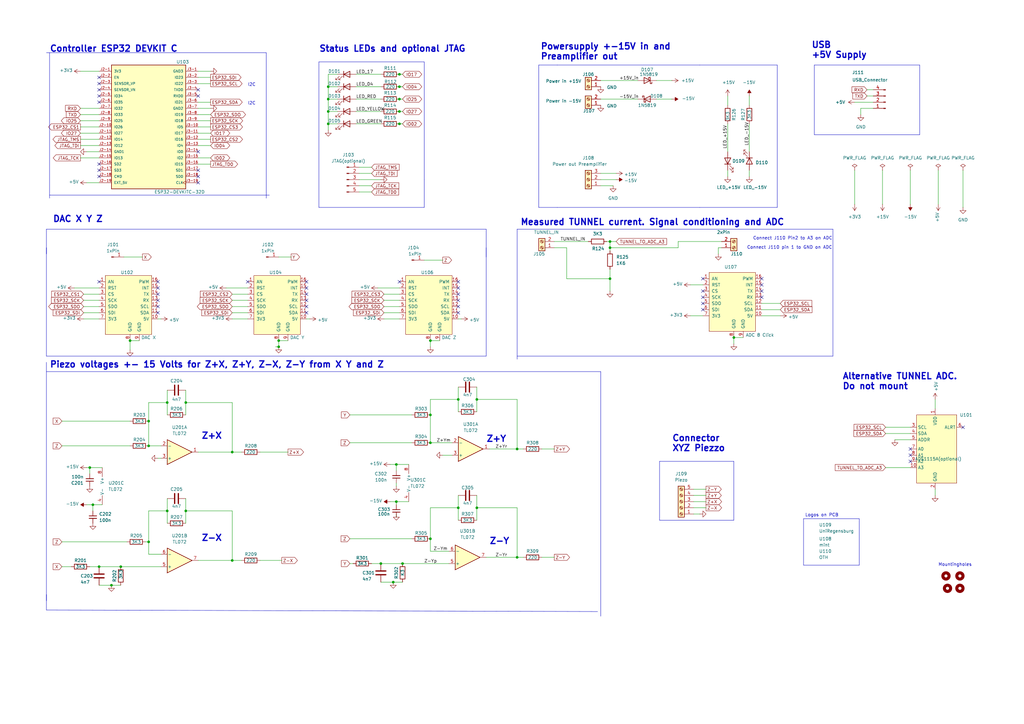
<source format=kicad_sch>
(kicad_sch (version 20231120) (generator "eeschema") (generator_version "8.0")
  (paper "A3")
  (title_block (title "500EUR STM Adapterboard") (date "2025-02-16") (rev "3.0") (company "Universität Regensburg") (comment 1 "Peter Dirnhofer"))
  (junction (at 176.53 181.61))
  (junction (at 195.58 163.83))
  (junction (at 163.83 35.56))
  (junction (at 187.96 163.83))
  (junction (at 187.96 208.28))
  (junction (at 176.53 139.7))
  (junction (at 49.53 232.41))
  (junction (at 38.1 207.01))
  (junction (at 162.56 190.5))
  (junction (at 163.83 45.72))
  (junction (at 95.25 185.42))
  (junction (at 163.83 50.8))
  (junction (at 40.64 232.41))
  (junction (at 134.62 45.72))
  (junction (at 250.19 101.6))
  (junction (at 195.58 208.28))
  (junction (at 163.83 40.64))
  (junction (at 36.83 191.77))
  (junction (at 163.83 30.48))
  (junction (at 212.09 228.6))
  (junction (at 165.1 231.14))
  (junction (at 60.96 182.88))
  (junction (at 76.2 165.1))
  (junction (at 300.99 138.43))
  (junction (at 76.2 209.55))
  (junction (at 114.3 142.24))
  (junction (at 250.19 114.3))
  (junction (at 95.25 229.87))
  (junction (at 114.3 139.7))
  (junction (at 212.09 184.15))
  (junction (at 68.58 165.1))
  (junction (at 134.62 40.64))
  (junction (at 60.96 222.25))
  (junction (at 162.56 205.74))
  (junction (at 53.34 139.7))
  (junction (at 176.53 170.18))
  (junction (at 45.72 240.03))
  (junction (at 68.58 209.55))
  (junction (at 60.96 172.72))
  (junction (at 250.19 99.06))
  (junction (at 134.62 50.8))
  (junction (at 176.53 220.98))
  (junction (at 161.29 238.76))
  (junction (at 134.62 35.56))
  (junction (at 156.21 231.14))
  (no_connect (at 187.96 115.57))
  (no_connect (at 40.64 34.29))
  (no_connect (at 40.64 115.57))
  (no_connect (at 81.28 74.93))
  (no_connect (at 64.77 115.57))
  (no_connect (at 81.28 36.83))
  (no_connect (at 125.73 118.11))
  (no_connect (at 81.28 62.23))
  (no_connect (at 288.29 114.3))
  (no_connect (at 187.96 118.11))
  (no_connect (at 373.38 184.15))
  (no_connect (at 312.42 116.84))
  (no_connect (at 40.64 72.39))
  (no_connect (at 312.42 121.92))
  (no_connect (at 125.73 123.19))
  (no_connect (at 40.64 41.91))
  (no_connect (at 288.29 127))
  (no_connect (at 312.42 114.3))
  (no_connect (at 64.77 125.73))
  (no_connect (at 187.96 125.73))
  (no_connect (at 373.38 186.69))
  (no_connect (at 64.77 123.19))
  (no_connect (at 40.64 69.85))
  (no_connect (at 394.97 175.26))
  (no_connect (at 64.77 120.65))
  (no_connect (at 81.28 39.37))
  (no_connect (at 40.64 36.83))
  (no_connect (at 125.73 115.57))
  (no_connect (at 312.42 119.38))
  (no_connect (at 187.96 120.65))
  (no_connect (at 288.29 119.38))
  (no_connect (at 288.29 124.46))
  (no_connect (at 373.38 189.23))
  (no_connect (at 40.64 31.75))
  (no_connect (at 288.29 121.92))
  (no_connect (at 81.28 72.39))
  (no_connect (at 125.73 128.27))
  (no_connect (at 187.96 123.19))
  (no_connect (at 187.96 128.27))
  (no_connect (at 163.83 115.57))
  (no_connect (at 101.6 115.57))
  (no_connect (at 125.73 125.73))
  (no_connect (at 64.77 128.27))
  (no_connect (at 64.77 118.11))
  (no_connect (at 125.73 120.65))
  (no_connect (at 40.64 39.37))
  (no_connect (at 40.64 67.31))
  (no_connect (at 81.28 69.85))
  (wire (pts (xy 40.64 130.81) (xy 34.29 130.81)))
  (wire (pts (xy 33.02 52.07) (xy 40.64 52.07)))
  (wire (pts (xy 187.96 163.83) (xy 187.96 168.91)))
  (wire (pts (xy 52.07 222.25) (xy 25.4 222.25)))
  (wire (pts (xy 269.24 33.02) (xy 275.59 33.02)))
  (polyline (pts (xy 377.19 26.67) (xy 377.19 55.245)))
  (wire (pts (xy 373.38 69.85) (xy 373.38 83.82)))
  (wire (pts (xy 95.25 185.42) (xy 99.06 185.42)))
  (wire (pts (xy 57.15 139.7) (xy 53.34 139.7)))
  (wire (pts (xy 163.83 120.65) (xy 157.48 120.65)))
  (wire (pts (xy 168.91 170.18) (xy 143.51 170.18)))
  (polyline (pts (xy 173.99 73.66) (xy 173.99 85.09)))
  (wire (pts (xy 176.53 226.06) (xy 184.15 226.06)))
  (wire (pts (xy 298.45 50.8) (xy 298.45 62.23)))
  (polyline (pts (xy 19.05 250.19) (xy 19.05 243.84)))
  (wire (pts (xy 38.1 207.01) (xy 38.1 209.55)))
  (wire (pts (xy 40.64 123.19) (xy 34.29 123.19)))
  (wire (pts (xy 81.28 46.99) (xy 86.36 46.99)))
  (polyline (pts (xy 334.01 26.67) (xy 334.01 55.245)))
  (wire (pts (xy 95.25 209.55) (xy 76.2 209.55)))
  (polyline (pts (xy 300.99 189.23) (xy 270.51 189.23)))
  (wire (pts (xy 307.34 50.8) (xy 307.34 62.23)))
  (wire (pts (xy 114.3 139.7) (xy 114.3 142.24)))
  (wire (pts (xy 250.19 101.6) (xy 250.19 102.87)))
  (wire (pts (xy 81.28 52.07) (xy 86.36 52.07)))
  (wire (pts (xy 168.91 220.98) (xy 143.51 220.98)))
  (wire (pts (xy 40.64 232.41) (xy 36.83 232.41)))
  (polyline (pts (xy 329.565 231.775) (xy 352.425 231.775)))
  (wire (pts (xy 212.09 228.6) (xy 214.63 228.6)))
  (wire (pts (xy 76.2 160.02) (xy 76.2 165.1)))
  (wire (pts (xy 40.64 64.77) (xy 33.02 64.77)))
  (wire (pts (xy 248.92 99.06) (xy 250.19 99.06)))
  (wire (pts (xy 294.64 101.6) (xy 294.64 104.14)))
  (wire (pts (xy 30.48 118.11) (xy 40.64 118.11)))
  (wire (pts (xy 81.28 31.75) (xy 86.36 31.75)))
  (wire (pts (xy 106.68 185.42) (xy 118.11 185.42)))
  (wire (pts (xy 101.6 120.65) (xy 95.25 120.65)))
  (wire (pts (xy 162.56 190.5) (xy 167.64 190.5)))
  (wire (pts (xy 312.42 129.54) (xy 320.04 129.54)))
  (polyline (pts (xy 228.6 26.67) (xy 220.98 26.67)))
  (wire (pts (xy 165.1 231.14) (xy 156.21 231.14)))
  (wire (pts (xy 232.41 101.6) (xy 232.41 114.3)))
  (polyline (pts (xy 270.51 189.23) (xy 270.51 213.36)))
  (wire (pts (xy 146.05 45.72) (xy 156.21 45.72)))
  (wire (pts (xy 154.94 118.11) (xy 163.83 118.11)))
  (wire (pts (xy 288.29 129.54) (xy 283.21 129.54)))
  (wire (pts (xy 68.58 204.47) (xy 68.58 209.55)))
  (wire (pts (xy 355.6 36.83) (xy 358.14 36.83)))
  (polyline (pts (xy 109.22 21.59) (xy 109.22 81.28)))
  (polyline (pts (xy 173.99 85.09) (xy 130.81 85.09)))
  (wire (pts (xy 200.66 184.15) (xy 212.09 184.15)))
  (wire (pts (xy 284.48 200.66) (xy 289.56 200.66)))
  (wire (pts (xy 195.58 158.75) (xy 195.58 163.83)))
  (wire (pts (xy 361.95 69.85) (xy 361.95 83.82)))
  (wire (pts (xy 106.68 229.87) (xy 115.57 229.87)))
  (wire (pts (xy 60.96 227.33) (xy 66.04 227.33)))
  (wire (pts (xy 36.83 194.31) (xy 36.83 191.77)))
  (polyline (pts (xy 20.32 21.59) (xy 20.32 81.28)))
  (polyline (pts (xy 19.05 93.98) (xy 19.05 104.14)))
  (wire (pts (xy 298.45 39.37) (xy 298.45 43.18)))
  (wire (pts (xy 50.8 105.41) (xy 58.42 105.41)))
  (polyline (pts (xy 19.05 146.05) (xy 199.39 146.05)))
  (wire (pts (xy 212.09 184.15) (xy 214.63 184.15)))
  (wire (pts (xy 227.33 101.6) (xy 232.41 101.6)))
  (wire (pts (xy 33.02 54.61) (xy 40.64 54.61)))
  (wire (pts (xy 250.19 99.06) (xy 250.19 101.6)))
  (wire (pts (xy 134.62 35.56) (xy 134.62 40.64)))
  (wire (pts (xy 60.96 182.88) (xy 66.04 182.88)))
  (wire (pts (xy 81.28 64.77) (xy 86.36 64.77)))
  (wire (pts (xy 312.42 124.46) (xy 320.04 124.46)))
  (wire (pts (xy 134.62 40.64) (xy 134.62 45.72)))
  (wire (pts (xy 92.71 118.11) (xy 101.6 118.11)))
  (wire (pts (xy 160.02 205.74) (xy 162.56 205.74)))
  (polyline (pts (xy 130.81 25.4) (xy 173.99 25.4)))
  (wire (pts (xy 165.1 231.14) (xy 184.15 231.14)))
  (polyline (pts (xy 19.05 93.98) (xy 199.39 93.98)))
  (wire (pts (xy 81.28 67.31) (xy 86.36 67.31)))
  (wire (pts (xy 195.58 163.83) (xy 212.09 163.83)))
  (wire (pts (xy 35.56 62.23) (xy 40.64 62.23)))
  (wire (pts (xy 195.58 208.28) (xy 195.58 213.36)))
  (wire (pts (xy 40.64 120.65) (xy 34.29 120.65)))
  (wire (pts (xy 383.54 200.66) (xy 383.54 203.2)))
  (wire (pts (xy 162.56 50.8) (xy 163.83 50.8)))
  (wire (pts (xy 35.56 74.93) (xy 40.64 74.93)))
  (wire (pts (xy 162.56 207.01) (xy 162.56 205.74)))
  (wire (pts (xy 29.21 232.41) (xy 25.4 232.41)))
  (wire (pts (xy 250.19 99.06) (xy 252.73 99.06)))
  (wire (pts (xy 176.53 220.98) (xy 176.53 226.06)))
  (polyline (pts (xy 19.05 21.59) (xy 109.22 21.59)))
  (polyline (pts (xy 199.39 93.98) (xy 199.39 105.41)))
  (polyline (pts (xy 173.99 25.4) (xy 173.99 73.66)))
  (wire (pts (xy 162.56 205.74) (xy 167.64 205.74)))
  (polyline (pts (xy 228.6 26.67) (xy 287.02 26.67)))
  (wire (pts (xy 33.02 46.99) (xy 40.64 46.99)))
  (wire (pts (xy 49.53 232.41) (xy 66.04 232.41)))
  (wire (pts (xy 250.19 110.49) (xy 250.19 114.3)))
  (wire (pts (xy 176.53 163.83) (xy 176.53 170.18)))
  (wire (pts (xy 250.19 101.6) (xy 278.13 101.6)))
  (wire (pts (xy 134.62 50.8) (xy 134.62 53.34)))
  (wire (pts (xy 81.28 49.53) (xy 86.36 49.53)))
  (wire (pts (xy 38.1 207.01) (xy 41.91 207.01)))
  (polyline (pts (xy 130.81 25.4) (xy 130.81 85.09)))
  (wire (pts (xy 222.25 228.6) (xy 227.33 228.6)))
  (wire (pts (xy 40.64 128.27) (xy 34.29 128.27)))
  (polyline (pts (xy 19.05 146.05) (xy 19.05 101.6)))
  (wire (pts (xy 81.28 57.15) (xy 86.36 57.15)))
  (wire (pts (xy 36.83 191.77) (xy 41.91 191.77)))
  (wire (pts (xy 68.58 209.55) (xy 60.96 209.55)))
  (wire (pts (xy 160.02 190.5) (xy 162.56 190.5)))
  (wire (pts (xy 60.96 172.72) (xy 60.96 182.88)))
  (wire (pts (xy 114.3 105.41) (xy 119.38 105.41)))
  (wire (pts (xy 163.83 30.48) (xy 165.1 30.48)))
  (wire (pts (xy 350.52 41.91) (xy 358.14 41.91)))
  (polyline (pts (xy 19.05 152.4) (xy 246.38 152.4)))
  (wire (pts (xy 284.48 210.82) (xy 287.02 210.82)))
  (wire (pts (xy 176.53 139.7) (xy 176.53 142.24)))
  (wire (pts (xy 125.73 130.81) (xy 127 130.81)))
  (wire (pts (xy 246.38 71.12) (xy 252.73 71.12)))
  (wire (pts (xy 95.25 125.73) (xy 101.6 125.73)))
  (wire (pts (xy 25.4 172.72) (xy 53.34 172.72)))
  (wire (pts (xy 246.38 76.2) (xy 251.46 76.2)))
  (wire (pts (xy 173.99 106.68) (xy 181.61 106.68)))
  (wire (pts (xy 246.38 33.02) (xy 261.62 33.02)))
  (polyline (pts (xy 377.19 55.245) (xy 334.01 55.245)))
  (wire (pts (xy 76.2 165.1) (xy 95.25 165.1)))
  (wire (pts (xy 134.62 45.72) (xy 138.43 45.72)))
  (wire (pts (xy 60.96 209.55) (xy 60.96 222.25)))
  (wire (pts (xy 147.32 68.58) (xy 152.4 68.58)))
  (wire (pts (xy 146.05 35.56) (xy 156.21 35.56)))
  (wire (pts (xy 163.83 40.64) (xy 165.1 40.64)))
  (wire (pts (xy 49.53 232.41) (xy 40.64 232.41)))
  (wire (pts (xy 134.62 40.64) (xy 138.43 40.64)))
  (wire (pts (xy 101.6 128.27) (xy 95.25 128.27)))
  (wire (pts (xy 358.14 44.45) (xy 353.06 44.45)))
  (wire (pts (xy 81.28 229.87) (xy 95.25 229.87)))
  (wire (pts (xy 307.34 39.37) (xy 307.34 43.18)))
  (wire (pts (xy 60.96 165.1) (xy 60.96 172.72)))
  (wire (pts (xy 162.56 198.12) (xy 162.56 199.39)))
  (polyline (pts (xy 246.38 152.4) (xy 246.38 252.73)))
  (wire (pts (xy 187.96 163.83) (xy 176.53 163.83)))
  (wire (pts (xy 113.03 142.24) (xy 114.3 142.24)))
  (wire (pts (xy 81.28 41.91) (xy 86.36 41.91)))
  (wire (pts (xy 147.32 76.2) (xy 152.4 76.2)))
  (wire (pts (xy 187.96 203.2) (xy 187.96 208.28)))
  (wire (pts (xy 295.91 101.6) (xy 294.64 101.6)))
  (wire (pts (xy 40.64 59.69) (xy 33.02 59.69)))
  (wire (pts (xy 176.53 181.61) (xy 185.42 181.61)))
  (wire (pts (xy 101.6 130.81) (xy 95.25 130.81)))
  (wire (pts (xy 181.61 186.69) (xy 185.42 186.69)))
  (wire (pts (xy 195.58 163.83) (xy 195.58 168.91)))
  (polyline (pts (xy 334.01 26.67) (xy 377.19 26.67)))
  (polyline (pts (xy 341.63 93.98) (xy 341.63 146.05)))
  (wire (pts (xy 246.38 40.64) (xy 261.62 40.64)))
  (polyline (pts (xy 329.565 231.775) (xy 329.565 212.725)))
  (wire (pts (xy 312.42 127) (xy 320.04 127)))
  (wire (pts (xy 53.34 182.88) (xy 25.4 182.88)))
  (polyline (pts (xy 19.05 148.59) (xy 19.05 246.38)))
  (wire (pts (xy 45.72 240.03) (xy 49.53 240.03)))
  (polyline (pts (xy 245.11 250.825) (xy 19.05 250.19)))
  (wire (pts (xy 95.25 165.1) (xy 95.25 185.42)))
  (wire (pts (xy 68.58 165.1) (xy 60.96 165.1)))
  (polyline (pts (xy 212.09 93.98) (xy 212.09 147.32)))
  (wire (pts (xy 162.56 40.64) (xy 163.83 40.64)))
  (wire (pts (xy 180.34 139.7) (xy 176.53 139.7)))
  (polyline (pts (xy 20.32 80.01) (xy 110.49 80.01)))
  (wire (pts (xy 278.13 101.6) (xy 278.13 99.06)))
  (wire (pts (xy 59.69 222.25) (xy 60.96 222.25)))
  (wire (pts (xy 187.96 208.28) (xy 187.96 213.36)))
  (wire (pts (xy 134.62 35.56) (xy 138.43 35.56)))
  (wire (pts (xy 162.56 30.48) (xy 163.83 30.48)))
  (wire (pts (xy 176.53 170.18) (xy 176.53 181.61)))
  (wire (pts (xy 284.48 205.74) (xy 289.56 205.74)))
  (polyline (pts (xy 220.98 85.09) (xy 220.98 26.67)))
  (wire (pts (xy 36.83 191.77) (xy 35.56 191.77)))
  (wire (pts (xy 162.56 35.56) (xy 163.83 35.56)))
  (wire (pts (xy 163.83 35.56) (xy 165.1 35.56)))
  (wire (pts (xy 298.45 69.85) (xy 298.45 72.39)))
  (wire (pts (xy 353.06 44.45) (xy 353.06 46.99)))
  (wire (pts (xy 66.04 187.96) (xy 64.77 187.96)))
  (wire (pts (xy 81.28 54.61) (xy 86.36 54.61)))
  (wire (pts (xy 81.28 34.29) (xy 86.36 34.29)))
  (wire (pts (xy 384.81 69.85) (xy 384.81 83.82)))
  (wire (pts (xy 76.2 209.55) (xy 76.2 214.63)))
  (wire (pts (xy 53.34 139.7) (xy 53.34 143.51)))
  (wire (pts (xy 114.3 139.7) (xy 118.11 139.7)))
  (wire (pts (xy 284.48 208.28) (xy 289.56 208.28)))
  (polyline (pts (xy 212.09 93.98) (xy 341.63 93.98)))
  (wire (pts (xy 363.22 191.77) (xy 373.38 191.77)))
  (wire (pts (xy 278.13 99.06) (xy 295.91 99.06)))
  (wire (pts (xy 33.02 29.21) (xy 40.64 29.21)))
  (wire (pts (xy 246.38 73.66) (xy 252.73 73.66)))
  (wire (pts (xy 162.56 45.72) (xy 163.83 45.72)))
  (wire (pts (xy 222.25 184.15) (xy 227.33 184.15)))
  (wire (pts (xy 355.6 39.37) (xy 358.14 39.37)))
  (wire (pts (xy 147.32 71.12) (xy 152.4 71.12)))
  (wire (pts (xy 134.62 30.48) (xy 134.62 35.56)))
  (wire (pts (xy 187.96 208.28) (xy 176.53 208.28)))
  (polyline (pts (xy 300.99 189.23) (xy 300.99 213.36)))
  (wire (pts (xy 199.39 228.6) (xy 212.09 228.6)))
  (wire (pts (xy 363.22 177.8) (xy 373.38 177.8)))
  (wire (pts (xy 283.21 116.84) (xy 288.29 116.84)))
  (wire (pts (xy 60.96 222.25) (xy 60.96 227.33)))
  (wire (pts (xy 350.52 69.85) (xy 350.52 83.82)))
  (wire (pts (xy 163.83 45.72) (xy 165.1 45.72)))
  (wire (pts (xy 212.09 208.28) (xy 212.09 228.6)))
  (polyline (pts (xy 199.39 101.6) (xy 199.39 146.05)))
  (wire (pts (xy 161.29 238.76) (xy 165.1 238.76)))
  (wire (pts (xy 40.64 125.73) (xy 34.29 125.73)))
  (wire (pts (xy 146.05 30.48) (xy 156.21 30.48)))
  (wire (pts (xy 307.34 69.85) (xy 307.34 72.39)))
  (wire (pts (xy 269.24 40.64) (xy 275.59 40.64)))
  (polyline (pts (xy 212.09 146.05) (xy 341.63 146.05)))
  (wire (pts (xy 168.91 181.61) (xy 143.51 181.61)))
  (wire (pts (xy 40.64 240.03) (xy 45.72 240.03)))
  (wire (pts (xy 147.32 73.66) (xy 156.21 73.66)))
  (wire (pts (xy 227.33 99.06) (xy 241.3 99.06)))
  (polyline (pts (xy 287.02 26.67) (xy 318.77 26.67)))
  (wire (pts (xy 212.09 163.83) (xy 212.09 184.15)))
  (wire (pts (xy 81.28 29.21) (xy 86.36 29.21)))
  (wire (pts (xy 156.21 238.76) (xy 161.29 238.76)))
  (wire (pts (xy 163.83 130.81) (xy 157.48 130.81)))
  (wire (pts (xy 147.32 78.74) (xy 152.4 78.74)))
  (wire (pts (xy 95.25 229.87) (xy 99.06 229.87)))
  (wire (pts (xy 163.83 128.27) (xy 157.48 128.27)))
  (wire (pts (xy 363.22 175.26) (xy 373.38 175.26)))
  (wire (pts (xy 367.03 180.34) (xy 373.38 180.34)))
  (wire (pts (xy 68.58 160.02) (xy 68.58 165.1)))
  (wire (pts (xy 40.64 57.15) (xy 33.02 57.15)))
  (polyline (pts (xy 300.99 213.36) (xy 270.51 213.36)))
  (wire (pts (xy 232.41 114.3) (xy 250.19 114.3)))
  (wire (pts (xy 394.97 69.85) (xy 394.97 85.09)))
  (polyline (pts (xy 329.565 212.725) (xy 352.425 212.725)))
  (wire (pts (xy 187.96 130.81) (xy 189.23 130.81)))
  (wire (pts (xy 162.56 193.04) (xy 162.56 190.5)))
  (wire (pts (xy 134.62 50.8) (xy 138.43 50.8)))
  (wire (pts (xy 163.83 50.8) (xy 165.1 50.8)))
  (wire (pts (xy 146.05 40.64) (xy 156.21 40.64)))
  (wire (pts (xy 76.2 165.1) (xy 76.2 170.18)))
  (wire (pts (xy 300.99 138.43) (xy 300.99 140.97)))
  (wire (pts (xy 146.05 50.8) (xy 156.21 50.8)))
  (polyline (pts (xy 228.6 85.09) (xy 287.02 85.09)))
  (wire (pts (xy 68.58 209.55) (xy 68.58 214.63)))
  (wire (pts (xy 300.99 138.43) (xy 304.8 138.43)))
  (polyline (pts (xy 287.02 85.09) (xy 318.77 85.09)))
  (wire (pts (xy 64.77 130.81) (xy 66.04 130.81)))
  (polyline (pts (xy 352.425 212.725) (xy 352.425 231.775)))
  (wire (pts (xy 163.83 123.19) (xy 157.48 123.19)))
  (wire (pts (xy 143.51 231.14) (xy 144.78 231.14)))
  (wire (pts (xy 35.56 207.01) (xy 38.1 207.01)))
  (wire (pts (xy 76.2 204.47) (xy 76.2 209.55)))
  (polyline (pts (xy 228.6 85.09) (xy 220.98 85.09)))
  (wire (pts (xy 101.6 123.19) (xy 95.25 123.19)))
  (wire (pts (xy 187.96 158.75) (xy 187.96 163.83)))
  (wire (pts (xy 68.58 165.1) (xy 68.58 170.18)))
  (wire (pts (xy 156.21 231.14) (xy 152.4 231.14)))
  (wire (pts (xy 81.28 185.42) (xy 95.25 185.42)))
  (wire (pts (xy 134.62 45.72) (xy 134.62 50.8)))
  (wire (pts (xy 81.28 59.69) (xy 86.36 59.69)))
  (wire (pts (xy 81.28 44.45) (xy 86.36 44.45)))
  (wire (pts (xy 138.43 30.48) (xy 134.62 30.48)))
  (wire (pts (xy 163.83 125.73) (xy 157.48 125.73)))
  (wire (pts (xy 33.02 49.53) (xy 40.64 49.53)))
  (wire (pts (xy 176.53 208.28) (xy 176.53 220.98)))
  (wire (pts (xy 383.54 163.83) (xy 383.54 167.64)))
  (wire (pts (xy 33.02 44.45) (xy 40.64 44.45)))
  (wire (pts (xy 162.56 212.09) (xy 162.56 210.82)))
  (wire (pts (xy 250.19 114.3) (xy 250.19 119.38)))
  (wire (pts (xy 195.58 208.28) (xy 212.09 208.28)))
  (polyline (pts (xy 318.77 26.67) (xy 318.77 85.09)))
  (wire (pts (xy 195.58 203.2) (xy 195.58 208.28)))
  (wire (pts (xy 284.48 203.2) (xy 289.56 203.2)))
  (wire (pts (xy 95.25 209.55) (xy 95.25 229.87)))
  (text "Measured TUNNEL current. Signal conditioning and ADC " (at 213.36 92.71 0) (effects (font (size 2.54 2.54) (thickness 0.508) (bold yes)) (justify left bottom)))
  (text "Connector\nXYZ Piezzo" (at 275.59 185.42 0) (effects (font (size 2.54 2.54) (thickness 0.508) (bold yes)) (justify left bottom)))
  (text "Status LEDs and optional JTAG" (at 130.81 21.59 0) (effects (font (size 2.54 2.54) (thickness 0.508) (bold yes)) (justify left bottom)))
  (text "I2C" (at 101.6 35.56 0) (effects (font (size 1.27 1.27)) (justify left bottom)))
  (text "Z-Y" (at 200.66 223.52 0) (effects (font (size 2.54 2.54) (thickness 0.508) (bold yes)) (justify left bottom)))
  (text "USB\n+5V Supply" (at 332.74 24.13 0) (effects (font (size 2.54 2.54) (thickness 0.508) (bold yes)) (justify left bottom)))
  (text "Powersupply +-15V in and \nPreamplifier out" (at 221.615 24.765 0) (effects (font (size 2.54 2.54) (thickness 0.508) (bold yes)) (justify left bottom)))
  (text "Controller ESP32 DEVKIT C" (at 20.32 21.59 0) (effects (font (size 2.54 2.54) (thickness 0.508) (bold yes)) (justify left bottom)))
  (text "Connect J110 pin 1 to GND on ADC" (at 323.85 101.6 0) (effects (font (size 1.27 1.27))))
  (text "Mountingholes" (at 384.81 232.41 0) (effects (font (size 1.27 1.27)) (justify left bottom)))
  (text "Piezo voltages +- 15 Volts for Z+X, Z+Y, Z-X, Z-Y from X Y and Z" (at 20.32 151.13 0) (effects (font (size 2.54 2.54) (thickness 0.508) (bold yes)) (justify left bottom)))
  (text "Connect J110 Pin2 to A3 on ADC" (at 325.12 97.79 0) (effects (font (size 1.27 1.27))))
  (text "Logos on PCB" (at 330.2 212.09 0) (effects (font (size 1.27 1.27)) (justify left bottom)))
  (text "DAC X Y Z" (at 21.59 91.44 0) (effects (font (size 2.54 2.54) (thickness 0.508) (bold yes)) (justify left bottom)))
  (text "I2C" (at 101.6 43.18 0) (effects (font (size 1.27 1.27)) (justify left bottom)))
  (text "Alternative TUNNEL ADC. \nDo not mount" (at 345.44 160.02 0) (effects (font (size 2.54 2.54) (thickness 0.508) (bold yes)) (justify left bottom)))
  (text "Z-X" (at 82.55 222.25 0) (effects (font (size 2.54 2.54) (thickness 0.508) (bold yes)) (justify left bottom)))
  (text "Z+X" (at 82.55 180.34 0) (effects (font (size 2.54 2.54) (thickness 0.508) (bold yes)) (justify left bottom)))
  (text "Z+Y\n" (at 199.39 181.61 0) (effects (font (size 2.54 2.54) (thickness 0.508) (bold yes)) (justify left bottom)))
  (label "LED_-15V" (at 307.34 59.69 90))
  (label "Z-Ym" (at 177.8 226.06 0))
  (label "LED_GREEN" (at 146.05 50.8 0))
  (label "Z+Yr" (at 203.2 184.15 0))
  (label "LED_RED" (at 146.05 40.64 0))
  (label "+15V_in" (at 254 33.02 0))
  (label "Z+Ym" (at 179.07 181.61 0))
  (label "Z-Yr" (at 203.2 228.6 0))
  (label "LED_+15V" (at 298.45 60.96 90))
  (label "TUNNEL_IN" (at 229.87 99.06 0))
  (label "LED_04" (at 146.05 35.56 0))
  (label "LED_YELLOW" (at 146.05 45.72 0))
  (label "LED_17" (at 146.05 30.48 0))
  (label "Z-Yp" (at 173.99 231.14 0))
  (label "-15V_in" (at 254 40.64 0))
  (global_label "Y" (shape input) (at 143.51 170.18 180) (property "Intersheetrefs" "${INTERSHEET_REFS}" (effects (hide yes))))
  (global_label "IO02" (shape bidirectional) (at 165.1 50.8 0) (property "Intersheetrefs" "${INTERSHEET_REFS}" (effects (hide yes))))
  (global_label "ESP32_SDI" (shape input) (at 95.25 128.27 180) (property "Intersheetrefs" "${INTERSHEET_REFS}" (effects (hide yes))))
  (global_label "ESP32_SDO" (shape tri_state) (at 95.25 125.73 180) (property "Intersheetrefs" "${INTERSHEET_REFS}" (effects (hide yes))))
  (global_label "JTAG_TMS" (shape input) (at 152.4 68.58 0) (property "Intersheetrefs" "${INTERSHEET_REFS}" (effects (hide yes))))
  (global_label "Y" (shape input) (at 143.51 231.14 180) (property "Intersheetrefs" "${INTERSHEET_REFS}" (effects (hide yes))))
  (global_label "JTAG_TDI" (shape output) (at 33.02 59.69 180) (property "Intersheetrefs" "${INTERSHEET_REFS}" (effects (hide yes))))
  (global_label "Z" (shape output) (at 181.61 106.68 0) (property "Intersheetrefs" "${INTERSHEET_REFS}" (effects (hide yes))))
  (global_label "ESP32_SCK" (shape output) (at 86.36 49.53 0) (property "Intersheetrefs" "${INTERSHEET_REFS}" (effects (hide yes))))
  (global_label "Z-Y" (shape output) (at 289.56 200.66 0) (property "Intersheetrefs" "${INTERSHEET_REFS}" (effects (hide yes))))
  (global_label "ESP32_SCL" (shape input) (at 363.22 175.26 180) (property "Intersheetrefs" "${INTERSHEET_REFS}" (effects (hide yes))))
  (global_label "JTAG_TCK" (shape input) (at 152.4 76.2 0) (property "Intersheetrefs" "${INTERSHEET_REFS}" (effects (hide yes))))
  (global_label "JTAG_TD0" (shape output) (at 86.36 67.31 0) (property "Intersheetrefs" "${INTERSHEET_REFS}" (effects (hide yes))))
  (global_label "ESP32_SCK" (shape input) (at 34.29 123.19 180) (property "Intersheetrefs" "${INTERSHEET_REFS}" (effects (hide yes))))
  (global_label "ESP32_SCL" (shape input) (at 320.04 124.46 0) (property "Intersheetrefs" "${INTERSHEET_REFS}" (effects (hide yes))))
  (global_label "ESP32_CS2" (shape output) (at 86.36 57.15 0) (property "Intersheetrefs" "${INTERSHEET_REFS}" (effects (hide yes))))
  (global_label "X" (shape output) (at 58.42 105.41 0) (property "Intersheetrefs" "${INTERSHEET_REFS}" (effects (hide yes))))
  (global_label "ESP32_SDI" (shape input) (at 157.48 128.27 180) (property "Intersheetrefs" "${INTERSHEET_REFS}" (effects (hide yes))))
  (global_label "RXD" (shape input) (at 33.02 44.45 180) (property "Intersheetrefs" "${INTERSHEET_REFS}" (effects (hide yes))))
  (global_label "TUNNEL_TO_ADC_A3" (shape input) (at 252.73 99.06 0) (property "Intersheetrefs" "${INTERSHEET_REFS}" (effects (hide yes))))
  (global_label "ESP32_SDO" (shape tri_state) (at 34.29 125.73 180) (property "Intersheetrefs" "${INTERSHEET_REFS}" (effects (hide yes))))
  (global_label "TXD" (shape input) (at 33.02 46.99 180) (property "Intersheetrefs" "${INTERSHEET_REFS}" (effects (hide yes))))
  (global_label "Z" (shape input) (at 25.4 222.25 180) (property "Intersheetrefs" "${INTERSHEET_REFS}" (effects (hide yes))))
  (global_label "ESP32_SDO" (shape tri_state) (at 157.48 125.73 180) (property "Intersheetrefs" "${INTERSHEET_REFS}" (effects (hide yes))))
  (global_label "Z+Y" (shape output) (at 227.33 184.15 0) (property "Intersheetrefs" "${INTERSHEET_REFS}" (effects (hide yes))))
  (global_label "Z" (shape input) (at 143.51 220.98 180) (property "Intersheetrefs" "${INTERSHEET_REFS}" (effects (hide yes))))
  (global_label "ESP32_CS1" (shape output) (at 33.02 52.07 180) (property "Intersheetrefs" "${INTERSHEET_REFS}" (effects (hide yes))))
  (global_label "ESP32_CS3" (shape output) (at 86.36 52.07 0) (property "Intersheetrefs" "${INTERSHEET_REFS}" (effects (hide yes))))
  (global_label "Z" (shape input) (at 143.51 181.61 180) (property "Intersheetrefs" "${INTERSHEET_REFS}" (effects (hide yes))))
  (global_label "ESP32_SCK" (shape input) (at 95.25 123.19 180) (property "Intersheetrefs" "${INTERSHEET_REFS}" (effects (hide yes))))
  (global_label "ESP32_CS2" (shape input) (at 95.25 120.65 180) (property "Intersheetrefs" "${INTERSHEET_REFS}" (effects (hide yes))))
  (global_label "IO25" (shape bidirectional) (at 165.1 40.64 0) (property "Intersheetrefs" "${INTERSHEET_REFS}" (effects (hide yes))))
  (global_label "Z" (shape input) (at 25.4 182.88 180) (property "Intersheetrefs" "${INTERSHEET_REFS}" (effects (hide yes))))
  (global_label "ESP32_SDI" (shape input) (at 34.29 128.27 180) (property "Intersheetrefs" "${INTERSHEET_REFS}" (effects (hide yes))))
  (global_label "Z-X" (shape output) (at 289.56 208.28 0) (property "Intersheetrefs" "${INTERSHEET_REFS}" (effects (hide yes))))
  (global_label "Z+X" (shape output) (at 118.11 185.42 0) (property "Intersheetrefs" "${INTERSHEET_REFS}" (effects (hide yes))))
  (global_label "IO27" (shape bidirectional) (at 33.02 54.61 180) (property "Intersheetrefs" "${INTERSHEET_REFS}" (effects (hide yes))))
  (global_label "JTAG_TDI" (shape input) (at 152.4 71.12 0) (property "Intersheetrefs" "${INTERSHEET_REFS}" (effects (hide yes))))
  (global_label "Z+Y" (shape output) (at 289.56 203.2 0) (property "Intersheetrefs" "${INTERSHEET_REFS}" (effects (hide yes))))
  (global_label "X" (shape input) (at 25.4 172.72 180) (property "Intersheetrefs" "${INTERSHEET_REFS}" (effects (hide yes))))
  (global_label "JTAG_TMS" (shape output) (at 33.02 57.15 180) (property "Intersheetrefs" "${INTERSHEET_REFS}" (effects (hide yes))))
  (global_label "ESP32_SDO" (shape tri_state) (at 86.36 46.99 0) (property "Intersheetrefs" "${INTERSHEET_REFS}" (effects (hide yes))))
  (global_label "ESP32_SCK" (shape input) (at 157.48 123.19 180) (property "Intersheetrefs" "${INTERSHEET_REFS}" (effects (hide yes))))
  (global_label "RXD" (shape input) (at 355.6 36.83 180) (property "Intersheetrefs" "${INTERSHEET_REFS}" (effects (hide yes))))
  (global_label "IO04" (shape bidirectional) (at 165.1 35.56 0) (property "Intersheetrefs" "${INTERSHEET_REFS}" (effects (hide yes))))
  (global_label "IO25" (shape bidirectional) (at 33.02 49.53 180) (property "Intersheetrefs" "${INTERSHEET_REFS}" (effects (hide yes))))
  (global_label "IO17" (shape bidirectional) (at 165.1 30.48 0) (property "Intersheetrefs" "${INTERSHEET_REFS}" (effects (hide yes))))
  (global_label "ESP32_SDI" (shape output) (at 86.36 31.75 0) (property "Intersheetrefs" "${INTERSHEET_REFS}" (effects (hide yes))))
  (global_label "JTAG_TD0" (shape input) (at 152.4 78.74 0) (property "Intersheetrefs" "${INTERSHEET_REFS}" (effects (hide yes))))
  (global_label "ESP32_CS3" (shape input) (at 157.48 120.65 180) (property "Intersheetrefs" "${INTERSHEET_REFS}" (effects (hide yes))))
  (global_label "ESP32_SCL" (shape output) (at 86.36 34.29 0) (property "Intersheetrefs" "${INTERSHEET_REFS}" (effects (hide yes))))
  (global_label "TXD" (shape input) (at 355.6 39.37 180) (property "Intersheetrefs" "${INTERSHEET_REFS}" (effects (hide yes))))
  (global_label "TUNNEL_TO_ADC_A3" (shape input) (at 363.22 191.77 180) (property "Intersheetrefs" "${INTERSHEET_REFS}" (effects (hide yes))))
  (global_label "Y" (shape output) (at 119.38 105.41 0) (property "Intersheetrefs" "${INTERSHEET_REFS}" (effects (hide yes))))
  (global_label "IO27" (shape bidirectional) (at 165.1 45.72 0) (property "Intersheetrefs" "${INTERSHEET_REFS}" (effects (hide yes))))
  (global_label "IO02" (shape bidirectional) (at 86.36 64.77 0) (property "Intersheetrefs" "${INTERSHEET_REFS}" (effects (hide yes))))
  (global_label "ESP32_CS1" (shape input) (at 34.29 120.65 180) (property "Intersheetrefs" "${INTERSHEET_REFS}" (effects (hide yes))))
  (global_label "IO04" (shape bidirectional) (at 86.36 59.69 0) (property "Intersheetrefs" "${INTERSHEET_REFS}" (effects (hide yes))))
  (global_label "JTAG_TCK" (shape output) (at 33.02 64.77 180) (property "Intersheetrefs" "${INTERSHEET_REFS}" (effects (hide yes))))
  (global_label "Z+X" (shape output) (at 289.56 205.74 0) (property "Intersheetrefs" "${INTERSHEET_REFS}" (effects (hide yes))))
  (global_label "Z-X" (shape output) (at 115.57 229.87 0) (property "Intersheetrefs" "${INTERSHEET_REFS}" (effects (hide yes))))
  (global_label "Z-Y" (shape output) (at 227.33 228.6 0) (property "Intersheetrefs" "${INTERSHEET_REFS}" (effects (hide yes))))
  (global_label "ESP32_SDA" (shape output) (at 86.36 41.91 0) (property "Intersheetrefs" "${INTERSHEET_REFS}" (effects (hide yes))))
  (global_label "ESP32_SDA" (shape input) (at 363.22 177.8 180) (property "Intersheetrefs" "${INTERSHEET_REFS}" (effects (hide yes))))
  (global_label "X" (shape input) (at 25.4 232.41 180) (property "Intersheetrefs" "${INTERSHEET_REFS}" (effects (hide yes))))
  (global_label "IO17" (shape bidirectional) (at 86.36 54.61 0) (property "Intersheetrefs" "${INTERSHEET_REFS}" (effects (hide yes))))
  (global_label "ESP32_SDA" (shape input) (at 320.04 127 0) (property "Intersheetrefs" "${INTERSHEET_REFS}" (effects (hide yes))))
  (symbol (lib_id "mikroe:Mikroe-Socket") (at 53.34 118.11 0) (unit 1)
    (property "Reference" "U102" (at 52.07 111.76 0))
    (property "Value" "DAC X" (at 60.96 138.43 0))
    (property "Footprint" "Mikroe:Mikroe_Socket_DAC_2_Click" (effects (hide yes)))
    (property "Datasheet" "https://www.mikroe.com/dac-2-click" (effects (hide yes)))
    (property "Description" "MIKROE DAC 2 CLICK 16 bit DAC wirh LTC2601" (effects (hide yes)))
  )
  (symbol (lib_id "power:GND") (at 53.34 143.51 0) (unit 1)
    (property "Reference" "#PWR0111" (effects (hide yes)))
    (property "Value" "GND" (effects (hide yes)))
  )
  (symbol (lib_id "power:+5V") (at 66.04 130.81 270) (unit 1)
    (property "Reference" "#PWR0113" (effects (hide yes)))
    (property "Value" "+5V" (at 69.2912 131.191 90) (effects (justify left)))
  )
  (symbol (lib_id "power:+3V3") (at 34.29 130.81 90) (unit 1)
    (property "Reference" "#PWR0103" (effects (hide yes)))
    (property "Value" "+3V3" (at 31.0388 130.429 90) (effects (justify left)))
  )
  (symbol (lib_id "power:GND") (at 114.3 142.24 0) (unit 1)
    (property "Reference" "#PWR0118" (effects (hide yes)))
    (property "Value" "GND" (effects (hide yes)))
  )
  (symbol (lib_id "power:+5V") (at 127 130.81 270) (unit 1)
    (property "Reference" "#PWR0119" (effects (hide yes)))
    (property "Value" "+5V" (at 130.2512 131.191 90) (effects (justify left)))
  )
  (symbol (lib_id "power:+3V3") (at 95.25 130.81 90) (unit 1)
    (property "Reference" "#PWR0117" (effects (hide yes)))
    (property "Value" "+3V3" (at 91.9988 130.429 90) (effects (justify left)))
  )
  (symbol (lib_id "mikroe:Mikroe-Socket") (at 176.53 118.11 0) (unit 1)
    (property "Reference" "U106" (at 175.26 111.76 0))
    (property "Value" "DAC Z" (at 184.15 138.43 0))
    (property "Footprint" "Mikroe:Mikroe_Socket_DAC_2_Click" (effects (hide yes)))
    (property "Datasheet" "https://www.mikroe.com/dac-2-click" (effects (hide yes)))
    (property "Description" "MIKROE DAC 2 CLICK 16 bit DAC wirh LTC2601" (effects (hide yes)))
  )
  (symbol (lib_id "power:GND") (at 176.53 142.24 0) (unit 1)
    (property "Reference" "#PWR0129" (effects (hide yes)))
    (property "Value" "GND" (effects (hide yes)))
  )
  (symbol (lib_id "power:+5V") (at 189.23 130.81 270) (unit 1)
    (property "Reference" "#PWR0131" (effects (hide yes)))
    (property "Value" "+5V" (at 192.4812 131.191 90) (effects (justify left)))
  )
  (symbol (lib_id "power:+3V3") (at 157.48 130.81 90) (unit 1)
    (property "Reference" "#PWR0125" (effects (hide yes)))
    (property "Value" "+3V3" (at 154.2288 130.429 90) (effects (justify left)))
  )
  (symbol (lib_id "mikroe:Mikroe-Socket") (at 300.99 116.84 0) (unit 1)
    (property "Reference" "U107" (at 299.72 109.474 0))
    (property "Value" "ADC 8 Click" (at 311.658 137.414 0))
    (property "Footprint" "Mikroe:Mikroe_Socket_ADC_8_Click" (effects (hide yes)))
    (property "Datasheet" "https://www.mikroe.com/adc-8-click" (effects (hide yes)))
    (property "Description" "MICROE ADC 8 CLICK 16 bit with ADS1115" (effects (hide yes)))
  )
  (symbol (lib_id "power:GND") (at 300.99 140.97 0) (unit 1)
    (property "Reference" "#PWR0144" (effects (hide yes)))
    (property "Value" "GND" (effects (hide yes)))
  )
  (symbol (lib_id "power:+5V") (at 320.04 129.54 270) (unit 1)
    (property "Reference" "#PWR0147" (effects (hide yes)))
    (property "Value" "+5V" (at 323.2912 129.921 90) (effects (justify left)))
  )
  (symbol (lib_id "power:+3V3") (at 283.21 129.54 90) (unit 1)
    (property "Reference" "#PWR0140" (effects (hide yes)))
    (property "Value" "+3V3" (at 279.9588 129.159 90) (effects (justify left)))
  )
  (symbol (lib_id "power:+3V3") (at 33.02 29.21 90) (unit 1)
    (property "Reference" "#PWR0102" (effects (hide yes)))
    (property "Value" "+3V3" (at 29.7688 28.829 90) (effects (justify left)))
  )
  (symbol (lib_id "power:+15V") (at 35.56 191.77 90) (unit 1)
    (property "Reference" "#PWR0106" (effects (hide yes)))
    (property "Value" "+15V" (at 32.3088 191.389 90) (effects (justify left)))
  )
  (symbol (lib_id "power:-15V") (at 35.56 207.01 90) (unit 1)
    (property "Reference" "#PWR0107" (effects (hide yes)))
    (property "Value" "-15V" (at 32.3088 206.629 90) (effects (justify left)))
  )
  (symbol (lib_id "Device:R") (at 102.87 185.42 270) (unit 1)
    (property "Reference" "R208" (at 102.87 182.88 90))
    (property "Value" "220" (at 102.87 185.42 90))
    (property "Footprint" "Resistor_THT:R_Axial_DIN0207_L6.3mm_D2.5mm_P10.16mm_Horizontal" (effects (hide yes)))
  )
  (symbol (lib_id "Device:R") (at 72.39 170.18 270) (unit 1)
    (property "Reference" "R206" (at 72.39 167.64 90))
    (property "Value" "3K3" (at 72.39 170.18 90))
    (property "Footprint" "Resistor_THT:R_Axial_DIN0207_L6.3mm_D2.5mm_P10.16mm_Horizontal" (effects (hide yes)))
  )
  (symbol (lib_id "Device:C") (at 72.39 160.02 270) (unit 1)
    (property "Reference" "C204" (at 72.39 156.21 90))
    (property "Value" "4n7" (at 72.39 163.83 90))
    (property "Footprint" "Capacitor_THT:C_Disc_D5.0mm_W2.5mm_P2.50mm" (effects (hide yes)))
  )
  (symbol (lib_id "power:GND") (at 36.83 199.39 0) (unit 1)
    (property "Reference" "#PWR0108" (effects (hide yes)))
    (property "Value" "GND" (effects (hide yes)))
  )
  (symbol (lib_id "power:GND") (at 38.1 214.63 0) (unit 1)
    (property "Reference" "#PWR0109" (effects (hide yes)))
    (property "Value" "GND" (effects (hide yes)))
  )
  (symbol (lib_id "Device:R") (at 57.15 182.88 270) (unit 1)
    (property "Reference" "R204" (at 57.15 180.34 90))
    (property "Value" "3K3" (at 57.15 182.88 90))
    (property "Footprint" "Resistor_THT:R_Axial_DIN0207_L6.3mm_D2.5mm_P10.16mm_Horizontal" (effects (hide yes)))
  )
  (symbol (lib_id "power:+15V") (at 160.02 190.5 90) (unit 1)
    (property "Reference" "#PWR0123" (effects (hide yes)))
    (property "Value" "+15V" (at 156.7688 190.119 90) (effects (justify left)))
  )
  (symbol (lib_id "power:-15V") (at 160.02 205.74 90) (unit 1)
    (property "Reference" "#PWR0124" (effects (hide yes)))
    (property "Value" "-15V" (at 156.7688 205.359 90) (effects (justify left)))
  )
  (symbol (lib_id "Device:R") (at 191.77 168.91 270) (unit 1)
    (property "Reference" "R306" (at 191.77 166.37 90))
    (property "Value" "3K3" (at 191.77 168.91 90))
    (property "Footprint" "Resistor_THT:R_Axial_DIN0207_L6.3mm_D2.5mm_P10.16mm_Horizontal" (effects (hide yes)))
  )
  (symbol (lib_id "Device:C") (at 191.77 158.75 270) (unit 1)
    (property "Reference" "C304" (at 192.405 155.575 90))
    (property "Value" "4n7" (at 191.77 161.925 90))
    (property "Footprint" "Capacitor_THT:C_Disc_D5.0mm_W2.5mm_P2.50mm" (effects (hide yes)))
  )
  (symbol (lib_id "power:GND") (at 162.56 199.39 0) (unit 1)
    (property "Reference" "#PWR0126" (effects (hide yes)))
    (property "Value" "GND" (effects (hide yes)))
  )
  (symbol (lib_id "power:GND") (at 162.56 210.82 0) (unit 1)
    (property "Reference" "#PWR0127" (effects (hide yes)))
    (property "Value" "GND" (effects (hide yes)))
  )
  (symbol (lib_id "Device:R") (at 172.72 181.61 270) (unit 1)
    (property "Reference" "R304" (at 172.72 179.07 90))
    (property "Value" "3K3" (at 172.72 181.61 90))
    (property "Footprint" "Resistor_THT:R_Axial_DIN0207_L6.3mm_D2.5mm_P10.16mm_Horizontal" (effects (hide yes)))
  )
  (symbol (lib_id "Device:R") (at 218.44 184.15 270) (unit 1)
    (property "Reference" "R308" (at 218.44 181.61 90))
    (property "Value" "220" (at 218.44 184.15 90))
    (property "Footprint" "Resistor_THT:R_Axial_DIN0207_L6.3mm_D2.5mm_P10.16mm_Horizontal" (effects (hide yes)))
  )
  (symbol (lib_id "Device:R") (at 72.39 214.63 270) (unit 1)
    (property "Reference" "R207" (at 72.39 212.09 90))
    (property "Value" "3K3" (at 72.39 214.63 90))
    (property "Footprint" "Resistor_THT:R_Axial_DIN0207_L6.3mm_D2.5mm_P10.16mm_Horizontal" (effects (hide yes)))
  )
  (symbol (lib_id "Device:C") (at 72.39 204.47 270) (unit 1)
    (property "Reference" "C205" (at 72.39 200.66 90))
    (property "Value" "4n7" (at 72.39 207.645 90))
    (property "Footprint" "Capacitor_THT:C_Disc_D5.0mm_W2.5mm_P2.50mm" (effects (hide yes)))
  )
  (symbol (lib_id "Device:R") (at 55.88 222.25 270) (unit 1)
    (property "Reference" "R205" (at 55.88 219.71 90))
    (property "Value" "3K3" (at 55.88 222.25 90))
    (property "Footprint" "Resistor_THT:R_Axial_DIN0207_L6.3mm_D2.5mm_P10.16mm_Horizontal" (effects (hide yes)))
  )
  (symbol (lib_id "Device:R") (at 102.87 229.87 270) (unit 1)
    (property "Reference" "R209" (at 102.87 227.33 90))
    (property "Value" "220" (at 102.87 229.87 90))
    (property "Footprint" "Resistor_THT:R_Axial_DIN0207_L6.3mm_D2.5mm_P10.16mm_Horizontal" (effects (hide yes)))
  )
  (symbol (lib_id "Device:R") (at 191.77 213.36 270) (unit 1)
    (property "Reference" "R307" (at 191.77 210.82 90))
    (property "Value" "3K3" (at 191.77 213.36 90))
    (property "Footprint" "Resistor_THT:R_Axial_DIN0207_L6.3mm_D2.5mm_P10.16mm_Horizontal" (effects (hide yes)))
  )
  (symbol (lib_id "Device:C") (at 191.77 203.2 270) (unit 1)
    (property "Reference" "C305" (at 191.77 200.025 90))
    (property "Value" "4n7" (at 191.77 206.375 90))
    (property "Footprint" "Capacitor_THT:C_Disc_D5.0mm_W2.5mm_P2.50mm" (effects (hide yes)))
  )
  (symbol (lib_id "Device:R") (at 172.72 220.98 270) (unit 1)
    (property "Reference" "R305" (at 172.72 218.6686 90))
    (property "Value" "3K3" (at 172.72 220.98 90))
    (property "Footprint" "Resistor_THT:R_Axial_DIN0207_L6.3mm_D2.5mm_P10.16mm_Horizontal" (effects (hide yes)))
  )
  (symbol (lib_id "Device:R") (at 218.44 228.6 270) (unit 1)
    (property "Reference" "R309" (at 218.44 226.06 90))
    (property "Value" "220" (at 218.44 228.6 90))
    (property "Footprint" "Resistor_THT:R_Axial_DIN0207_L6.3mm_D2.5mm_P10.16mm_Horizontal" (effects (hide yes)))
  )
  (symbol (lib_id "Device:R") (at 57.15 172.72 270) (unit 1)
    (property "Reference" "R203" (at 57.15 170.18 90))
    (property "Value" "3K3" (at 57.15 172.72 90))
    (property "Footprint" "Resistor_THT:R_Axial_DIN0207_L6.3mm_D2.5mm_P10.16mm_Horizontal" (effects (hide yes)))
  )
  (symbol (lib_id "power:GND") (at 64.77 187.96 270) (unit 1)
    (property "Reference" "#PWR0112" (effects (hide yes)))
    (property "Value" "GND" (effects (hide yes)))
  )
  (symbol (lib_id "power:GND") (at 181.61 186.69 270) (unit 1)
    (property "Reference" "#PWR0130" (effects (hide yes)))
    (property "Value" "GND" (effects (hide yes)))
  )
  (symbol (lib_id "Device:R") (at 172.72 170.18 270) (unit 1)
    (property "Reference" "R303" (at 172.72 167.64 90))
    (property "Value" "3K3" (at 172.72 170.18 90))
    (property "Footprint" "Resistor_THT:R_Axial_DIN0207_L6.3mm_D2.5mm_P10.16mm_Horizontal" (effects (hide yes)))
  )
  (symbol (lib_id "Device:R") (at 165.1 234.95 0) (unit 1)
    (property "Reference" "R302" (at 162.56 237.49 90) (effects (justify left)))
    (property "Value" "K3" (at 165.1 236.22 90) (effects (justify left)))
    (property "Footprint" "Resistor_THT:R_Axial_DIN0207_L6.3mm_D2.5mm_P10.16mm_Horizontal" (effects (hide yes)))
  )
  (symbol (lib_id "Device:C") (at 156.21 234.95 0) (unit 1)
    (property "Reference" "C301" (at 148.59 234.95 0) (effects (justify left)))
    (property "Value" "4n7" (at 148.59 237.49 0) (effects (justify left)))
    (property "Footprint" "Capacitor_THT:C_Disc_D5.0mm_W2.5mm_P2.50mm" (effects (hide yes)))
  )
  (symbol (lib_id "Device:R") (at 148.59 231.14 270) (unit 1)
    (property "Reference" "R301" (at 148.59 228.8286 90))
    (property "Value" "3K3" (at 148.59 231.14 90))
    (property "Footprint" "Resistor_THT:R_Axial_DIN0207_L6.3mm_D2.5mm_P10.16mm_Horizontal" (effects (hide yes)))
  )
  (symbol (lib_id "power:GND") (at 161.29 238.76 0) (unit 1)
    (property "Reference" "#PWR0128" (effects (hide yes)))
    (property "Value" "GND" (effects (hide yes)))
  )
  (symbol (lib_id "Device:R") (at 49.53 236.22 0) (unit 1)
    (property "Reference" "R202" (at 46.99 238.76 90) (effects (justify left)))
    (property "Value" "3K3" (at 49.53 237.49 90) (effects (justify left)))
    (property "Footprint" "Resistor_THT:R_Axial_DIN0207_L6.3mm_D2.5mm_P10.16mm_Horizontal" (effects (hide yes)))
  )
  (symbol (lib_id "Device:C") (at 40.64 236.22 0) (unit 1)
    (property "Reference" "C203" (at 33.02 236.22 0) (effects (justify left)))
    (property "Value" "4n7" (at 33.02 238.76 0) (effects (justify left)))
    (property "Footprint" "Capacitor_THT:C_Disc_D5.0mm_W2.5mm_P2.50mm" (effects (hide yes)))
  )
  (symbol (lib_id "Device:R") (at 33.02 232.41 270) (unit 1)
    (property "Reference" "R201" (at 33.02 229.87 90))
    (property "Value" "3K3" (at 33.02 232.41 90))
    (property "Footprint" "Resistor_THT:R_Axial_DIN0207_L6.3mm_D2.5mm_P10.16mm_Horizontal" (effects (hide yes)))
  )
  (symbol (lib_id "power:GND") (at 45.72 240.03 0) (unit 1)
    (property "Reference" "#PWR0110" (effects (hide yes)))
    (property "Value" "GND" (effects (hide yes)))
  )
  (symbol (lib_id "Mechanical:MountingHole") (at 387.985 236.22 0) (unit 1)
    (property "Reference" "H101" (effects (hide yes)))
    (property "Value" "MountingHole" (effects (hide yes)))
    (property "Footprint" "MountingHole:MountingHole_3.2mm_M3" (effects (hide yes)))
  )
  (symbol (lib_id "Mechanical:MountingHole") (at 393.7 241.3 0) (unit 1)
    (property "Reference" "H104" (effects (hide yes)))
    (property "Value" "MountingHole" (effects (hide yes)))
    (property "Footprint" "MountingHole:MountingHole_3.2mm_M3" (effects (hide yes)))
  )
  (symbol (lib_id "Device:R") (at 298.45 46.99 180) (unit 1)
    (property "Reference" "R126" (at 300.99 44.45 90) (effects (justify left)))
    (property "Value" "3K3" (at 298.45 45.72 90) (effects (justify left)))
    (property "Footprint" "Resistor_THT:R_Axial_DIN0207_L6.3mm_D2.5mm_P10.16mm_Horizontal" (effects (hide yes)))
  )
  (symbol (lib_id "Connector:Screw_Terminal_01x02") (at 241.3 43.18 180) (unit 1)
    (property "Reference" "J107" (at 241.554 45.466 0))
    (property "Value" "Power in -15V" (at 231.14 41.402 0))
    (property "Footprint" "TerminalBlock:TerminalBlock_Xinya_XY308-2.54-2P_1x02_P2.54mm_Horizontal" (effects (hide yes)))
    (property "Datasheet" "https://www.reichelt.de/de/de/shop/produkt/leiterplattenklemme_2_polig_rm_2_54_mm-276214?PROVID=2788&gad_source=1&gclid=Cj0KCQiAwtu9BhC8ARIsAI9JHal5xTnKnBgdLY6WmmCnl3_esX6RiSlgn1cEoWoG2r5Xr17Bj39ZyN8aAlpDEALw_wcB" (effects (hide yes)))
    (property "Description" "PCB terminal block 2.54 mm" (effects (hide yes)))
  )
  (symbol (lib_name "PWR_FLAG_3") (lib_id "power:PWR_FLAG") (at 384.81 69.85 0) (unit 1)
    (property "Reference" "#FLG0104" (effects (hide yes)))
    (property "Value" "PWR_FLAG" (at 384.81 64.77 0))
    (property "Description" "Special symbol for telling ERC where power comes from" (effects (hide yes)))
  )
  (symbol (lib_name "GND_3") (lib_id "power:GND") (at 251.46 76.2 0) (unit 1)
    (property "Reference" "#PWR0134" (effects (hide yes)))
    (property "Value" "GND" (at 251.46 81.28 0))
    (property "Description" "Power symbol creates a global label with name \"GND\" , ground" (effects (hide yes)))
  )
  (symbol (lib_id "mikroe:Mikroe-Socket") (at 114.3 118.11 0) (unit 1)
    (property "Reference" "U104" (at 113.03 111.76 0))
    (property "Value" "DAC Y" (at 121.92 138.43 0))
    (property "Footprint" "Mikroe:Mikroe_Socket_DAC_2_Click" (effects (hide yes)))
    (property "Datasheet" "https://www.mikroe.com/dac-2-click" (effects (hide yes)))
    (property "Description" "MIKROE DAC 2 CLICK 16 bit DAC wirh LTC2601" (effects (hide yes)))
  )
  (symbol (lib_name "+3V3_1") (lib_id "power:+3V3") (at 350.52 83.82 180) (unit 1)
    (property "Reference" "#PWR0149" (effects (hide yes)))
    (property "Value" "+3V3" (at 350.52 88.9 0))
    (property "Description" "Power symbol creates a global label with name \"+3V3\"" (effects (hide yes)))
  )
  (symbol (lib_id "Connector:Screw_Terminal_01x02") (at 300.99 101.6 0) (mirror x) (unit 1)
    (property "Reference" "J110" (at 299.72 104.14 0) (effects (justify left)))
    (property "Value" "2xPin" (at 294.005 95.25 0) (effects (justify left)))
    (property "Footprint" "Connector_PinHeader_2.54mm:PinHeader_1x02_P2.54mm_Vertical" (effects (hide yes)))
  )
  (symbol (lib_id "Connector:Screw_Terminal_01x05") (at 279.4 205.74 180) (unit 1)
    (property "Reference" "J109" (at 279.4 194.31 0))
    (property "Value" "Piezo" (at 279.4 196.85 0))
    (property "Footprint" "TerminalBlock:TerminalBlock_Xinya_XY308-2.54-5P_1x05_P2.54mm_Horizontal" (effects (hide yes)))
    (property "Datasheet" "https://www.reichelt.de/de/de/shop/produkt/leiterplattenklemme_5_polig_rm_2_54_mm-276217" (effects (hide yes)))
    (property "Description" "PCB terminal block 2.54 mm" (effects (hide yes)))
  )
  (symbol (lib_id "Device:LED") (at 142.24 50.8 0) (unit 1)
    (property "Reference" "D105" (at 137.16 49.53 0))
    (property "Value" "GREEN" (effects (hide yes)))
    (property "Footprint" "LED_THT:LED_D3.0mm_Clear" (effects (hide yes)))
  )
  (symbol (lib_id "Mechanical:MountingHole") (at 393.7 236.22 0) (unit 1)
    (property "Reference" "H103" (effects (hide yes)))
    (property "Value" "MountingHole" (effects (hide yes)))
    (property "Footprint" "MountingHole:MountingHole_3.2mm_M3" (effects (hide yes)))
  )
  (symbol (lib_id "Amplifier_Operational:TL072") (at 73.66 185.42 0) (mirror x) (unit 1)
    (property "Reference" "U201" (at 73.66 175.26 0))
    (property "Value" "TL072" (at 73.66 177.8 0))
    (property "Footprint" "Package_DIP:DIP-8_W7.62mm" (effects (hide yes)))
    (property "Datasheet" "http://www.ti.com/lit/ds/symlink/tl071.pdf" (effects (hide yes)))
  )
  (symbol (lib_name "PWR_FLAG_2") (lib_id "power:PWR_FLAG") (at 373.38 69.85 0) (unit 1)
    (property "Reference" "#FLG0103" (effects (hide yes)))
    (property "Value" "PWR_FLAG" (at 373.38 64.77 0))
    (property "Description" "Special symbol for telling ERC where power comes from" (effects (hide yes)))
  )
  (symbol (lib_id "Connector:Conn_01x01_Pin") (at 109.22 105.41 0) (unit 1)
    (property "Reference" "J102" (at 109.855 100.33 0))
    (property "Value" "1xPin" (at 109.855 102.87 0))
    (property "Footprint" "Connector_PinHeader_2.54mm:PinHeader_1x01_P2.54mm_Vertical" (effects (hide yes)))
    (property "Description" "Generic connector, single row, 01x01, script generated" (effects (hide yes)))
  )
  (symbol (lib_id "power:+5V") (at 35.56 74.93 90) (unit 1)
    (property "Reference" "#PWR0105" (effects (hide yes)))
    (property "Value" "+5V" (at 32.3088 74.549 90) (effects (justify left)))
  )
  (symbol (lib_name "+15V_1") (lib_id "power:+15V") (at 361.95 83.82 180) (unit 1)
    (property "Reference" "#PWR0151" (effects (hide yes)))
    (property "Value" "+15V" (at 361.95 88.9 0))
    (property "Description" "Power symbol creates a global label with name \"+15V\"" (effects (hide yes)))
  )
  (symbol (lib_id "Amplifier_Operational:TL072") (at 44.45 199.39 0) (unit 3)
    (property "Reference" "U201" (at 44.45 198.1199 0) (effects (justify left)))
    (property "Value" "TL072" (at 44.45 200.6599 0) (effects (justify left)))
    (property "Footprint" "Package_DIP:DIP-8_W7.62mm" (effects (hide yes)))
    (property "Datasheet" "http://www.ti.com/lit/ds/symlink/tl071.pdf" (effects (hide yes)))
  )
  (symbol (lib_id "Amplifier_Operational:TL072") (at 193.04 184.15 0) (mirror x) (unit 1)
    (property "Reference" "U301" (at 193.04 173.99 0))
    (property "Value" "TL072" (at 193.04 176.53 0))
    (property "Footprint" "Package_DIP:DIP-8_W7.62mm" (effects (hide yes)))
    (property "Datasheet" "http://www.ti.com/lit/ds/symlink/tl071.pdf" (effects (hide yes)))
  )
  (symbol (lib_id "Amplifier_Operational:TL072") (at 170.18 198.12 0) (unit 3)
    (property "Reference" "U301" (at 168.275 196.8499 0) (effects (justify left)))
    (property "Value" "TL072" (at 168.275 199.3899 0) (effects (justify left)))
    (property "Footprint" "Package_DIP:DIP-8_W7.62mm" (effects (hide yes)))
    (property "Datasheet" "http://www.ti.com/lit/ds/symlink/tl071.pdf" (effects (hide yes)))
  )
  (symbol (lib_id "power:-15V") (at 252.73 73.66 270) (unit 1)
    (property "Reference" "#PWR0136" (effects (hide yes)))
    (property "Value" "-15V" (at 255.9812 74.041 90) (effects (justify left)))
  )
  (symbol (lib_id "Device:R") (at 160.02 45.72 90) (unit 1)
    (property "Reference" "R114" (at 160.02 43.18 90))
    (property "Value" "220" (at 160.02 45.72 90))
    (property "Footprint" "Resistor_THT:R_Axial_DIN0207_L6.3mm_D2.5mm_P10.16mm_Horizontal" (effects (hide yes)))
  )
  (symbol (lib_id "Amplifier_Operational:TL072") (at 191.77 228.6 0) (mirror x) (unit 2)
    (property "Reference" "U301" (at 191.77 217.805 0))
    (property "Value" "TL072" (at 191.77 220.345 0))
    (property "Footprint" "Package_DIP:DIP-8_W7.62mm" (effects (hide yes)))
    (property "Datasheet" "http://www.ti.com/lit/ds/symlink/tl071.pdf" (effects (hide yes)))
  )
  (symbol (lib_id "power:-15V") (at 307.34 39.37 0) (unit 1)
    (property "Reference" "#PWR0145" (effects (hide yes)))
    (property "Value" "-15V" (at 304.546 33.782 0) (effects (justify left)))
  )
  (symbol (lib_id "power:+5V") (at 350.52 41.91 90) (unit 1)
    (property "Reference" "#PWR0148" (effects (hide yes)))
    (property "Value" "+5V" (at 346.71 41.9099 90) (effects (justify left)))
  )
  (symbol (lib_id "power:GND") (at 383.54 203.2 0) (unit 1)
    (property "Reference" "#PWR0156" (effects (hide yes)))
    (property "Value" "GND" (effects (hide yes)))
  )
  (symbol (lib_id "Device:R") (at 250.19 106.68 0) (mirror y) (unit 1)
    (property "Reference" "R125" (at 252.73 105.4099 0) (effects (justify right)))
    (property "Value" "1K6" (at 252.73 107.9499 0) (effects (justify right)))
    (property "Footprint" "Resistor_THT:R_Axial_DIN0207_L6.3mm_D2.5mm_P10.16mm_Horizontal" (effects (hide yes)))
  )
  (symbol (lib_id "power:+5V") (at 383.54 163.83 0) (unit 1)
    (property "Reference" "#PWR0155" (effects (hide yes)))
    (property "Value" "+5V" (at 383.921 160.5788 90) (effects (justify left)))
  )
  (symbol (lib_id "Device:R") (at 160.02 35.56 90) (unit 1)
    (property "Reference" "R112" (at 160.147 33.528 90))
    (property "Value" "220" (at 160.147 35.56 90))
    (property "Footprint" "Resistor_THT:R_Axial_DIN0207_L6.3mm_D2.5mm_P10.16mm_Horizontal" (effects (hide yes)))
  )
  (symbol (lib_id "Device:R") (at 245.11 99.06 90) (mirror x) (unit 1)
    (property "Reference" "R124" (at 245.364 101.981 90))
    (property "Value" "3K3" (at 245.11 95.885 90))
    (property "Footprint" "Resistor_THT:R_Axial_DIN0207_L6.3mm_D2.5mm_P10.16mm_Horizontal" (effects (hide yes)))
  )
  (symbol (lib_id "Device:R") (at 307.34 46.99 180) (unit 1)
    (property "Reference" "R127" (at 304.8 46.99 90))
    (property "Value" "3K3" (at 307.34 46.99 90))
    (property "Footprint" "Resistor_THT:R_Axial_DIN0207_L6.3mm_D2.5mm_P10.16mm_Horizontal" (effects (hide yes)))
  )
  (symbol (lib_id "power:GND") (at 298.45 72.39 0) (unit 1)
    (property "Reference" "#PWR0143" (effects (hide yes)))
    (property "Value" "GND" (effects (hide yes)))
  )
  (symbol (lib_id "Connector:Conn_01x01_Pin") (at 168.91 106.68 0) (unit 1)
    (property "Reference" "J104" (at 169.545 101.6 0))
    (property "Value" "1xPin" (at 170.18 104.14 0))
    (property "Footprint" "Connector_PinHeader_2.54mm:PinHeader_1x01_P2.54mm_Vertical" (effects (hide yes)))
    (property "Description" "Generic connector, single row, 01x01, script generated" (effects (hide yes)))
  )
  (symbol (lib_id "Connector:Screw_Terminal_01x02") (at 241.3 35.56 180) (unit 1)
    (property "Reference" "J106" (at 241.3 30.48 0))
    (property "Value" "Power in +15V" (at 231.14 33.274 0))
    (property "Footprint" "TerminalBlock:TerminalBlock_Xinya_XY308-2.54-2P_1x02_P2.54mm_Horizontal" (effects (hide yes)))
    (property "Datasheet" "https://www.reichelt.de/de/de/shop/produkt/leiterplattenklemme_2_polig_rm_2_54_mm-276214?PROVID=2788&gad_source=1&gclid=Cj0KCQiAwtu9BhC8ARIsAI9JHal5xTnKnBgdLY6WmmCnl3_esX6RiSlgn1cEoWoG2r5Xr17Bj39ZyN8aAlpDEALw_wcB" (effects (hide yes)))
    (property "Description" "PCB terminal block 2.54 mm" (effects (hide yes)))
  )
  (symbol (lib_id "Connector:Screw_Terminal_01x02") (at 222.25 101.6 180) (unit 1)
    (property "Reference" "J105" (at 223.52 104.14 0) (effects (justify left)))
    (property "Value" "TUNNEL_IN" (at 229.235 95.25 0) (effects (justify left)))
    (property "Footprint" "TerminalBlock:TerminalBlock_Xinya_XY308-2.54-2P_1x02_P2.54mm_Horizontal" (effects (hide yes)))
    (property "Datasheet" "https://www.reichelt.de/de/de/shop/produkt/leiterplattenklemme_2_polig_rm_2_54_mm-276214?PROVID=2788&gad_source=1&gclid=Cj0KCQiAwtu9BhC8ARIsAI9JHal5xTnKnBgdLY6WmmCnl3_esX6RiSlgn1cEoWoG2r5Xr17Bj39ZyN8aAlpDEALw_wcB" (effects (hide yes)))
    (property "Description" "PCB terminal block 2.54 mm" (effects (hide yes)))
  )
  (symbol (lib_id "Device:LED") (at 298.45 66.04 90) (unit 1)
    (property "Reference" "D109" (at 300.355 66.04 90) (effects (justify right)))
    (property "Value" "LED_+15V" (at 294.005 76.835 90) (effects (justify right)))
    (property "Footprint" "LED_THT:LED_D3.0mm_Clear" (effects (hide yes)))
  )
  (symbol (lib_id "power:+5V") (at 384.81 83.82 180) (unit 1)
    (property "Reference" "#PWR0153" (effects (hide yes)))
    (property "Value" "+5V" (at 384.429 87.0712 90) (effects (justify left)))
  )
  (symbol (lib_id "power:GND") (at 35.56 62.23 270) (unit 1)
    (property "Reference" "#PWR0104" (effects (hide yes)))
    (property "Value" "GND" (effects (hide yes)))
  )
  (symbol (lib_id "OTH:OTH") (at 335.28 227.33 0) (unit 1)
    (property "Reference" "U110" (at 335.915 226.0599 0) (effects (justify left)))
    (property "Value" "OTH" (at 335.915 228.5999 0) (effects (justify left)))
    (property "Footprint" "Adapterboard:oth" (effects (hide yes)))
  )
  (symbol (lib_id "Device:R") (at 160.02 40.64 90) (unit 1)
    (property "Reference" "R113" (at 160.02 38.1 90))
    (property "Value" "220" (at 160.02 40.64 90))
    (property "Footprint" "Resistor_THT:R_Axial_DIN0207_L6.3mm_D2.5mm_P10.16mm_Horizontal" (effects (hide yes)))
  )
  (symbol (lib_name "-15V_1") (lib_id "power:-15V") (at 275.59 40.64 270) (unit 1)
    (property "Reference" "#PWR0138" (effects (hide yes)))
    (property "Value" "-15V" (at 279.654 40.386 90) (effects (justify left)))
    (property "Description" "Power symbol creates a global label with name \"-15V\"" (effects (hide yes)))
  )
  (symbol (lib_id "Amplifier_Operational:TL072") (at 73.66 229.87 0) (mirror x) (unit 2)
    (property "Reference" "U201" (at 73.66 219.71 0))
    (property "Value" "TL072" (at 73.66 222.25 0))
    (property "Footprint" "Package_DIP:DIP-8_W7.62mm" (effects (hide yes)))
    (property "Datasheet" "http://www.ti.com/lit/ds/symlink/tl071.pdf" (effects (hide yes)))
  )
  (symbol (lib_name "-15V_1") (lib_id "power:-15V") (at 373.38 83.82 180) (unit 1)
    (property "Reference" "#PWR0152" (effects (hide yes)))
    (property "Value" "-15V" (at 373.38 88.9 0))
    (property "Description" "Power symbol creates a global label with name \"-15V\"" (effects (hide yes)))
  )
  (symbol (lib_id "My_Library:ADS1115_ADC_module") (at 383.54 184.15 0) (unit 1)
    (property "Reference" "U101" (at 396.24 170.2114 0))
    (property "Value" "ADS1115A(optional)" (at 384.81 188.214 0))
    (property "Footprint" "Connector_PinHeader_2.54mm:PinHeader_1x10_P2.54mm_Vertical" (effects (hide yes)))
    (property "Datasheet" "https://www.az-delivery.de/products/analog-digitalwandler-ads1115-mit-i2c-interface" (effects (hide yes)))
    (property "Description" "ADS1115 ADC Modul" (effects (hide yes)))
  )
  (symbol (lib_id "Mechanical:MountingHole") (at 388.62 241.3 0) (unit 1)
    (property "Reference" "H102" (effects (hide yes)))
    (property "Value" "MountingHole" (effects (hide yes)))
    (property "Footprint" "MountingHole:MountingHole_3.2mm_M3" (effects (hide yes)))
  )
  (symbol (lib_id "Diode:1N5819") (at 265.43 33.02 180) (unit 1)
    (property "Reference" "D107" (at 265.43 28.575 0))
    (property "Value" "1N5819" (at 266.065 30.48 0))
    (property "Footprint" "Diode_THT:D_DO-41_SOD81_P10.16mm_Horizontal" (effects (hide yes)))
    (property "Datasheet" "http://www.vishay.com/docs/88525/1n5817.pdf" (effects (hide yes)))
  )
  (symbol (lib_id "Device:LED") (at 142.24 35.56 0) (unit 1)
    (property "Reference" "D102" (at 137.16 34.29 0))
    (property "Value" "LED" (effects (hide yes)))
    (property "Footprint" "LED_THT:LED_D3.0mm_Clear" (effects (hide yes)))
  )
  (symbol (lib_id "power:GND") (at 287.02 210.82 90) (unit 1)
    (property "Reference" "#PWR0141" (effects (hide yes)))
    (property "Value" "GND" (effects (hide yes)))
  )
  (symbol (lib_id "Device:R") (at 160.02 50.8 90) (unit 1)
    (property "Reference" "R115" (at 160.02 48.26 90))
    (property "Value" "220" (at 160.02 50.8 90))
    (property "Footprint" "Resistor_THT:R_Axial_DIN0207_L6.3mm_D2.5mm_P10.16mm_Horizontal" (effects (hide yes)))
  )
  (symbol (lib_id "power:PWR_FLAG") (at 350.52 69.85 0) (unit 1)
    (property "Reference" "#FLG0101" (effects (hide yes)))
    (property "Value" "PWR_FLAG" (at 350.52 64.77 0))
    (property "Description" "Special symbol for telling ERC where power comes from" (effects (hide yes)))
  )
  (symbol (lib_id "power:+15V") (at 252.73 71.12 270) (unit 1)
    (property "Reference" "#PWR0135" (effects (hide yes)))
    (property "Value" "+15V" (at 255.9812 71.501 90) (effects (justify left)))
  )
  (symbol (lib_id "power:+5V") (at 154.94 118.11 90) (unit 1)
    (property "Reference" "#PWR0121" (effects (hide yes)))
    (property "Value" "+5V" (at 151.6888 117.729 90) (effects (justify left)))
  )
  (symbol (lib_id "Device:C_Small") (at 162.56 209.55 0) (unit 1)
    (property "Reference" "C303" (at 154.94 208.915 0) (effects (justify left)))
    (property "Value" "100n" (at 154.94 210.82 0) (effects (justify left)))
    (property "Footprint" "Capacitor_THT:C_Disc_D5.0mm_W2.5mm_P2.50mm" (effects (hide yes)))
  )
  (symbol (lib_id "UniRegensburg:UniRegensburg") (at 335.28 216.535 0) (unit 1)
    (property "Reference" "U109" (at 335.915 215.2649 0) (effects (justify left)))
    (property "Value" "UniRegensburg" (at 335.915 217.8049 0) (effects (justify left)))
    (property "Footprint" "Adapterboard:ur" (effects (hide yes)))
  )
  (symbol (lib_id "mint:mint") (at 330.835 222.885 0) (unit 1)
    (property "Reference" "U108" (at 335.915 220.98 0) (effects (justify left)))
    (property "Value" "mint" (at 335.915 223.52 0) (effects (justify left)))
    (property "Footprint" "Adapterboard:mint" (effects (hide yes)))
  )
  (symbol (lib_id "Connector:Screw_Terminal_01x03") (at 241.3 73.66 180) (unit 1)
    (property "Reference" "J108" (at 241.3 64.77 0))
    (property "Value" "Power out Preamplifier" (at 237.744 67.31 0))
    (property "Footprint" "TerminalBlock:TerminalBlock_Xinya_XY308-2.54-3P_1x03_P2.54mm_Horizontal" (effects (hide yes)))
    (property "Datasheet" "https://www.reichelt.de/de/de/shop/produkt/leiterplattenklemme_3_polig_rm_2_54_mm-276215" (effects (hide yes)))
    (property "Description" "PCB terminal block 2.54 mm" (effects (hide yes)))
  )
  (symbol (lib_id "Device:R") (at 160.02 30.48 90) (unit 1)
    (property "Reference" "R111" (at 160.02 27.94 90))
    (property "Value" "220" (at 160.02 30.48 90))
    (property "Footprint" "Resistor_THT:R_Axial_DIN0207_L6.3mm_D2.5mm_P10.16mm_Horizontal" (effects (hide yes)))
  )
  (symbol (lib_id "power:+5V") (at 92.71 118.11 90) (unit 1)
    (property "Reference" "#PWR0116" (effects (hide yes)))
    (property "Value" "+5V" (at 89.4588 117.729 90) (effects (justify left)))
  )
  (symbol (lib_id "Diode:1N5819") (at 265.43 40.64 0) (unit 1)
    (property "Reference" "D108" (at 269.24 39.37 0))
    (property "Value" "1N5819" (at 265.43 43.18 0))
    (property "Footprint" "Diode_THT:D_DO-41_SOD81_P10.16mm_Horizontal" (effects (hide yes)))
    (property "Datasheet" "http://www.vishay.com/docs/88525/1n5817.pdf" (effects (hide yes)))
  )
  (symbol (lib_id "Connector:Conn_01x05_Pin") (at 142.24 73.66 0) (unit 1)
    (property "Reference" "J103" (at 142.875 63.5 0))
    (property "Value" "JTAG(optional)" (at 142.875 66.04 0))
    (property "Footprint" "Connector_PinHeader_2.54mm:PinHeader_1x05_P2.54mm_Vertical" (effects (hide yes)))
    (property "Description" "JTAG Connector for Debbugging ESP" (effects (hide yes)))
  )
  (symbol (lib_id "power:GND") (at 156.21 73.66 90) (unit 1)
    (property "Reference" "#PWR0122" (effects (hide yes)))
    (property "Value" "GND" (effects (hide yes)))
  )
  (symbol (lib_name "GND_1") (lib_id "power:GND") (at 246.38 43.18 0) (unit 1)
    (property "Reference" "#PWR0133" (effects (hide yes)))
    (property "Value" "GND" (at 250.952 43.434 0))
    (property "Description" "Power symbol creates a global label with name \"GND\" , ground" (effects (hide yes)))
  )
  (symbol (lib_id "Connector:Conn_01x04_Pin") (at 363.22 41.91 180) (unit 1)
    (property "Reference" "J111" (at 349.504 29.718 0) (effects (justify right)))
    (property "Value" "USB_Connector" (at 349.504 32.766 0) (effects (justify right)))
    (property "Footprint" "Connector_PinHeader_2.54mm:PinHeader_1x04_P2.54mm_Vertical" (effects (hide yes)))
    (property "Description" "Generic connector, single row, 01x04, script generated" (effects (hide yes)))
  )
  (symbol (lib_id "power:GND") (at 367.03 180.34 0) (unit 1)
    (property "Reference" "#PWR0157" (effects (hide yes)))
    (property "Value" "GND" (effects (hide yes)))
  )
  (symbol (lib_name "PWR_FLAG_3") (lib_id "power:PWR_FLAG") (at 394.97 69.85 0) (unit 1)
    (property "Reference" "#FLG0105" (effects (hide yes)))
    (property "Value" "PWR_FLAG" (at 394.97 64.77 0))
    (property "Description" "Special symbol for telling ERC where power comes from" (effects (hide yes)))
  )
  (symbol (lib_id "Device:LED") (at 142.24 30.48 0) (unit 1)
    (property "Reference" "D101" (at 137.16 29.21 0))
    (property "Value" "LED" (effects (hide yes)))
    (property "Footprint" "LED_THT:LED_D3.0mm_Clear" (effects (hide yes)))
  )
  (symbol (lib_name "PWR_FLAG_1") (lib_id "power:PWR_FLAG") (at 361.95 69.85 0) (unit 1)
    (property "Reference" "#FLG0102" (effects (hide yes)))
    (property "Value" "PWR_FLAG" (at 361.95 64.77 0))
    (property "Description" "Special symbol for telling ERC where power comes from" (effects (hide yes)))
  )
  (symbol (lib_id "Device:C_Small") (at 38.1 212.09 0) (unit 1)
    (property "Reference" "C202" (at 40.64 210.8262 0) (effects (justify left)))
    (property "Value" "100n" (at 40.64 213.3662 0) (effects (justify left)))
    (property "Footprint" "Capacitor_THT:C_Disc_D5.0mm_W2.5mm_P2.50mm" (effects (hide yes)))
  )
  (symbol (lib_id "Device:LED") (at 142.24 40.64 0) (unit 1)
    (property "Reference" "D103" (at 137.16 39.37 0))
    (property "Value" "RED" (effects (hide yes)))
    (property "Footprint" "LED_THT:LED_D3.0mm_Clear" (effects (hide yes)))
  )
  (symbol (lib_id "power:+15V") (at 298.45 39.37 0) (unit 1)
    (property "Reference" "#PWR0142" (effects (hide yes)))
    (property "Value" "+15V" (at 296.164 33.782 0) (effects (justify left)))
  )
  (symbol (lib_id "Connector:Conn_01x01_Pin") (at 45.72 105.41 0) (unit 1)
    (property "Reference" "J101" (at 46.355 100.33 0))
    (property "Value" "1xPin" (at 46.355 102.87 0))
    (property "Footprint" "Connector_PinHeader_2.54mm:PinHeader_1x01_P2.54mm_Vertical" (effects (hide yes)))
    (property "Description" "Generic connector, single row, 01x01, script generated" (effects (hide yes)))
  )
  (symbol (lib_id "power:GND") (at 250.19 119.38 0) (unit 1)
    (property "Reference" "#PWR0158" (effects (hide yes)))
    (property "Value" "GND" (effects (hide yes)))
  )
  (symbol (lib_name "GND_1") (lib_id "power:GND") (at 246.38 35.56 0) (unit 1)
    (property "Reference" "#PWR0132" (effects (hide yes)))
    (property "Value" "GND" (at 250.952 35.814 0))
    (property "Description" "Power symbol creates a global label with name \"GND\" , ground" (effects (hide yes)))
  )
  (symbol (lib_id "Device:LED") (at 142.24 45.72 0) (unit 1)
    (property "Reference" "D104" (at 137.16 44.45 0))
    (property "Value" "YELLOW" (effects (hide yes)))
    (property "Footprint" "LED_THT:LED_D3.0mm_Clear" (effects (hide yes)))
  )
  (symbol (lib_name "GND_2") (lib_id "power:GND") (at 353.06 46.99 0) (unit 1)
    (property "Reference" "#PWR0150" (effects (hide yes)))
    (property "Value" "GND" (at 353.06 52.07 0))
    (property "Description" "Power symbol creates a global label with name \"GND\" , ground" (effects (hide yes)))
  )
  (symbol (lib_name "+15V_2") (lib_id "power:+15V") (at 275.59 33.02 270) (unit 1)
    (property "Reference" "#PWR0137" (effects (hide yes)))
    (property "Value" "+15V" (at 279.4 33.02 90) (effects (justify left)))
    (property "Description" "Power symbol creates a global label with name \"+15V\"" (effects (hide yes)))
  )
  (symbol (lib_id "power:+5V") (at 30.48 118.11 90) (unit 1)
    (property "Reference" "#PWR0101" (effects (hide yes)))
    (property "Value" "+5V" (at 27.2288 117.729 90) (effects (justify left)))
  )
  (symbol (lib_id "Device:C_Small") (at 162.56 195.58 180) (unit 1)
    (property "Reference" "C302" (at 158.75 194.31 0) (effects (justify left)))
    (property "Value" "100n" (at 158.75 196.85 0) (effects (justify left)))
    (property "Footprint" "Capacitor_THT:C_Disc_D5.0mm_W2.5mm_P2.50mm" (effects (hide yes)))
  )
  (symbol (lib_id "Device:C_Small") (at 36.83 196.85 180) (unit 1)
    (property "Reference" "C201" (at 34.29 198.1138 0) (effects (justify left)))
    (property "Value" "100n" (at 34.29 195.5738 0) (effects (justify left)))
    (property "Footprint" "Capacitor_THT:C_Disc_D5.0mm_W2.5mm_P2.50mm" (effects (hide yes)))
  )
  (symbol (lib_name "GND_4") (lib_id "power:GND") (at 394.97 85.09 0) (unit 1)
    (property "Reference" "#PWR0154" (effects (hide yes)))
    (property "Value" "GND" (at 394.97 90.17 0))
    (property "Description" "Power symbol creates a global label with name \"GND\" , ground" (effects (hide yes)))
  )
  (symbol (lib_id "ESP32-DEVKITC-32D:ESP32-DEVKITC-32D") (at 60.96 52.07 0) (unit 1)
    (property "Reference" "U103" (at 74.93 25.4 0))
    (property "Value" "ESP32-DEVKITC-32D" (at 73.66 78.74 0))
    (property "Footprint" "ESP32-DEVKITC-32D:MODULE_ESP32-DEVKITC-32D" (effects (hide yes)))
    (property "Datasheet" "https://www.digikey.de/de/products/detail/espressif-systems/ESP32-DEVKITC-32D/9356990?srsltid=AfmBOoqynlQJj8CTH-KiqoDH4_nHHIFVtljgMt73KPkrykwodnIYq0t1" (effects (hide yes)))
    (property "MANUFACTURER" "Espressif Systems" (effects (hide yes)))
    (property "PARTREV" "V4" (effects (hide yes)))
    (property "MAXIMUM_PACKAGE_HEIGHT" "N/A" (effects (hide yes)))
    (property "SNAPEDA_PN" "ESP32-DEVKITC-32D" (effects (hide yes)))
    (property "STANDARD" "Manufacturer Recommendations" (effects (hide yes)))
  )
  (symbol (lib_id "power:GND") (at 294.64 104.14 0) (unit 1)
    (property "Reference" "#PWR0159" (effects (hide yes)))
    (property "Value" "GND" (effects (hide yes)))
  )
  (symbol (lib_id "power:GND") (at 86.36 44.45 90) (unit 1)
    (property "Reference" "#PWR0115" (effects (hide yes)))
    (property "Value" "GND" (effects (hide yes)))
  )
  (symbol (lib_id "power:GND") (at 134.62 53.34 0) (unit 1)
    (property "Reference" "#PWR0120" (effects (hide yes)))
    (property "Value" "GND" (effects (hide yes)))
  )
  (symbol (lib_id "power:GND") (at 86.36 29.21 90) (unit 1)
    (property "Reference" "#PWR0114" (effects (hide yes)))
    (property "Value" "GND" (effects (hide yes)))
  )
  (symbol (lib_id "power:GND") (at 307.34 72.39 0) (unit 1)
    (property "Reference" "#PWR0146" (effects (hide yes)))
    (property "Value" "GND" (effects (hide yes)))
  )
  (symbol (lib_id "power:+5V") (at 283.21 116.84 90) (unit 1)
    (property "Reference" "#PWR0139" (effects (hide yes)))
    (property "Value" "+5V" (at 279.9588 116.459 90) (effects (justify left)))
  )
  (symbol (lib_id "Device:LED") (at 307.34 66.04 270) (unit 1)
    (property "Reference" "D110" (at 309.88 66.675 90) (effects (justify left)))
    (property "Value" "LED_-15V" (at 304.8 76.835 90) (effects (justify left)))
    (property "Footprint" "LED_THT:LED_D3.0mm_Clear" (effects (hide yes)))
  )
)
</source>
